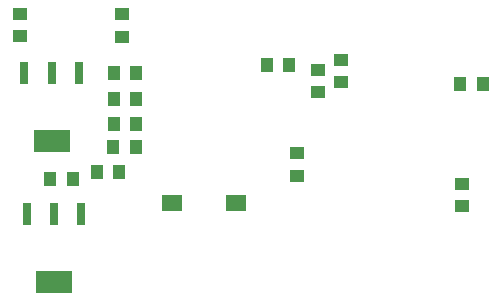
<source format=gbr>
G04 DipTrace 2.3.1.0*
%INTopPaste.gbr*%
%MOMM*%
%ADD55R,3.05X1.95*%
%ADD57R,0.75X1.95*%
%ADD59R,0.1X1.4*%
%ADD61R,1.4X0.1*%
%ADD63R,1.8X1.4*%
%ADD65R,1.3X1.1*%
%ADD67R,1.1X1.3*%
%FSLAX53Y53*%
G04*
G71*
G90*
G75*
G01*
%LNTopPaste*%
%LPD*%
D67*
X-21910Y32070D3*
X-20010D3*
X-21951Y30064D3*
X-20051D3*
X-21910Y36358D3*
X-20010D3*
X-21910Y34135D3*
X-20010D3*
D65*
X7581Y25109D3*
Y27009D3*
D67*
X9318Y35457D3*
X7418D3*
D65*
X-2699Y35564D3*
Y37464D3*
X-6410Y27685D3*
Y29585D3*
X-29890Y39484D3*
Y41384D3*
D67*
X-21471Y27996D3*
X-23371D3*
X-27307Y27392D3*
X-25407D3*
D65*
X-21183Y41337D3*
Y39437D3*
D67*
X-8951Y37052D3*
X-7051D3*
D65*
X-4664Y36636D3*
Y34736D3*
D63*
X-16975Y25398D3*
X-11575D3*
D61*
X-1025Y33865D3*
Y33365D3*
Y32865D3*
Y32365D3*
Y31865D3*
Y31365D3*
Y30865D3*
Y30365D3*
Y29865D3*
Y29365D3*
Y28865D3*
Y28365D3*
D59*
X425Y26915D3*
X925D3*
X1425D3*
X1925D3*
X2425D3*
X2925D3*
X3425D3*
X3925D3*
X4425D3*
X4925D3*
X5425D3*
X5925D3*
D61*
X7375Y28365D3*
Y28865D3*
Y29365D3*
Y29865D3*
Y30365D3*
Y30865D3*
Y31365D3*
Y31865D3*
Y32365D3*
Y32865D3*
Y33365D3*
Y33865D3*
D59*
X5925Y35315D3*
X5425D3*
X4925D3*
X4425D3*
X3925D3*
X3425D3*
X2925D3*
X2425D3*
X1925D3*
X1425D3*
X925D3*
X425D3*
D57*
X-24883Y36374D3*
X-27183D3*
X-29483D3*
D55*
X-27183Y30574D3*
D57*
X-24653Y24446D3*
X-26953D3*
X-29253D3*
D55*
X-26953Y18646D3*
M02*

</source>
